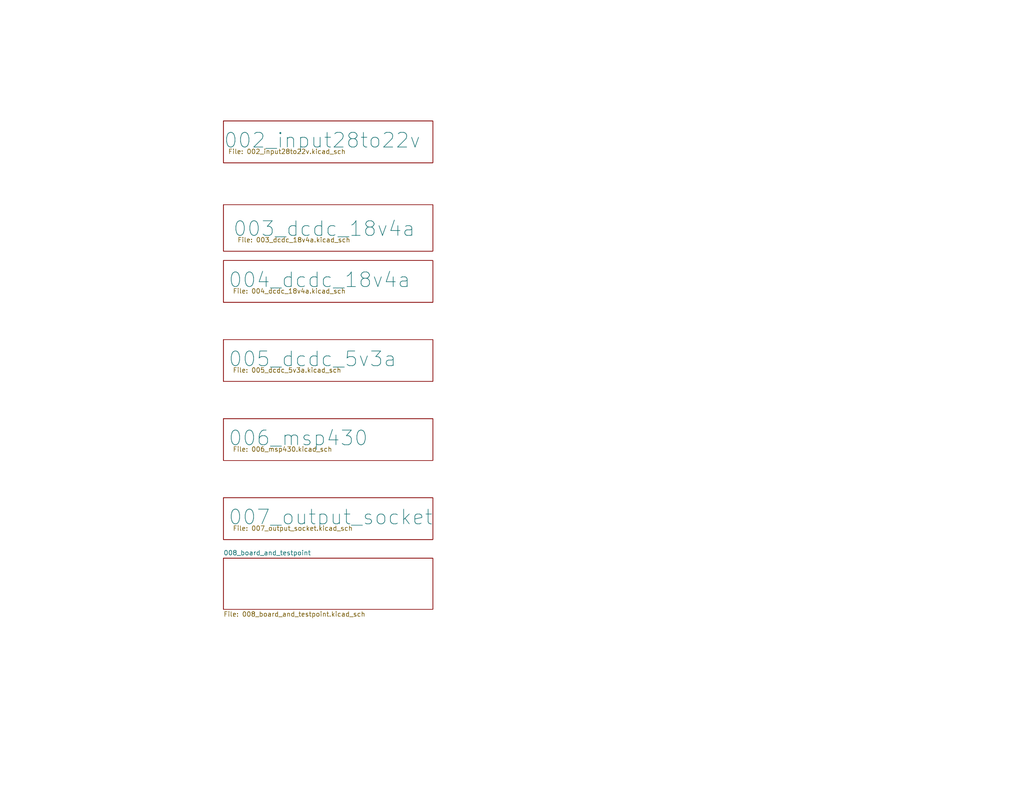
<source format=kicad_sch>
(kicad_sch (version 20211123) (generator eeschema)
  (paper "USLetter")
  (title_block (title "Necleco Power Board") (date "2022-02-17") (rev "v1.0.1") (company "H3D Inc."))
  (lib_symbols)
  (sheet (at 60.96 92.71) (size 57.15 11.43) (stroke (width 0.1524))
    (property "Sheet name" "005_dcdc_5v3a" (at 62.23 100.33 0) (effects (font (size 4 4)) (justify left bottom)))
    (property "Sheet file" "005_dcdc_5v3a.kicad_sch" (at 63.5 100.33 0) (effects (justify left top)))
  )
  (sheet (at 60.96 55.88) (size 57.15 12.7) (stroke (width 0.1524))
    (property "Sheet name" "003_dcdc_18v4a" (at 63.5 64.77 0) (effects (font (size 4 4)) (justify left bottom)))
    (property "Sheet file" "003_dcdc_18v4a.kicad_sch" (at 64.77 64.77 0) (effects (justify left top)))
  )
  (sheet (at 60.96 135.89) (size 57.15 11.43) (stroke (width 0.1524))
    (property "Sheet name" "007_output_socket" (at 62.23 143.51 0) (effects (font (size 4 4)) (justify left bottom)))
    (property "Sheet file" "007_output_socket.kicad_sch" (at 63.5 143.51 0) (effects (justify left top)))
  )
  (sheet (at 60.96 71.12) (size 57.15 11.43) (stroke (width 0.1524))
    (property "Sheet name" "004_dcdc_18v4a" (at 62.23 78.74 0) (effects (font (size 4 4)) (justify left bottom)))
    (property "Sheet file" "004_dcdc_18v4a.kicad_sch" (at 63.5 78.74 0) (effects (justify left top)))
  )
  (sheet (at 60.96 114.3) (size 57.15 11.43) (stroke (width 0.1524))
    (property "Sheet name" "006_msp430" (at 62.23 121.92 0) (effects (font (size 4 4)) (justify left bottom)))
    (property "Sheet file" "006_msp430.kicad_sch" (at 63.5 121.92 0) (effects (justify left top)))
  )
  (sheet (at 60.96 152.4) (size 57.15 13.97) (stroke (width 0.1524))
    (property "Sheet name" "008_board_and_testpoint" (at 60.96 151.6884 0) (effects (justify left bottom)))
    (property "Sheet file" "008_board_and_testpoint.kicad_sch" (at 60.96 166.9546 0) (effects (justify left top)))
  )
  (sheet (at 60.96 33.02) (size 57.15 11.43) (stroke (width 0.1524))
    (property "Sheet name" "002_input28to22v" (at 60.96 40.64 0) (effects (font (size 4 4)) (justify left bottom)))
    (property "Sheet file" "002_input28to22v.kicad_sch" (at 62.23 40.64 0) (effects (justify left top)))
  )
)
</source>
